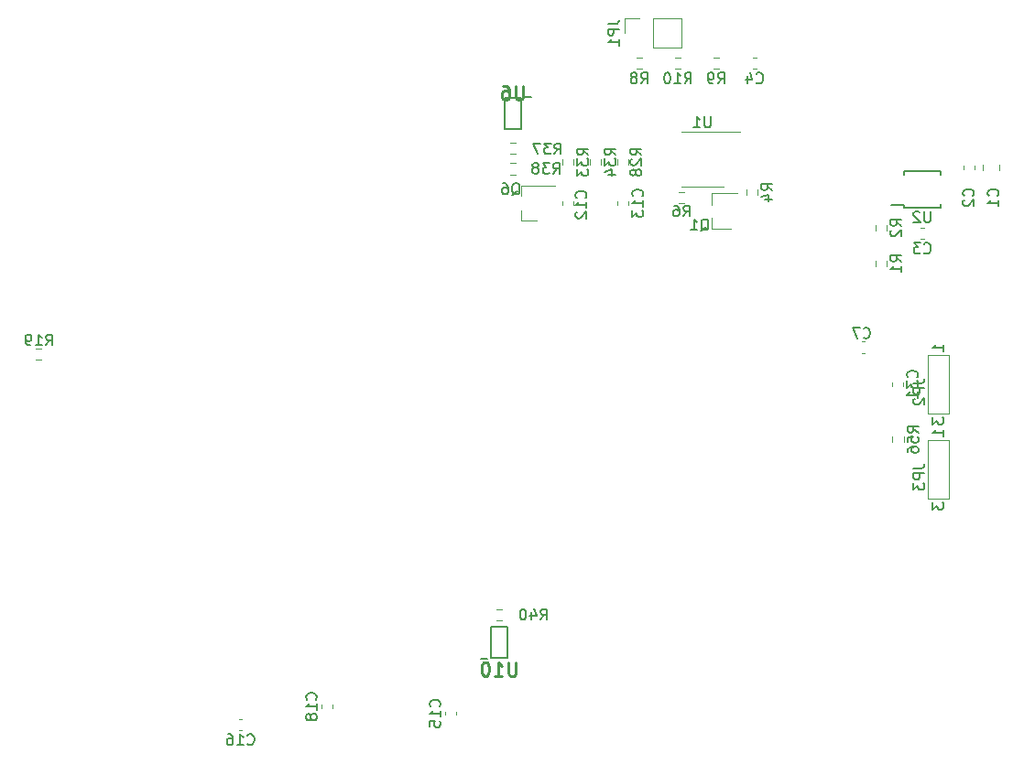
<source format=gbr>
%TF.GenerationSoftware,KiCad,Pcbnew,(6.0.7)*%
%TF.CreationDate,2023-06-24T17:20:50+09:00*%
%TF.ProjectId,motordriver,6d6f746f-7264-4726-9976-65722e6b6963,rev?*%
%TF.SameCoordinates,Original*%
%TF.FileFunction,Legend,Bot*%
%TF.FilePolarity,Positive*%
%FSLAX46Y46*%
G04 Gerber Fmt 4.6, Leading zero omitted, Abs format (unit mm)*
G04 Created by KiCad (PCBNEW (6.0.7)) date 2023-06-24 17:20:50*
%MOMM*%
%LPD*%
G01*
G04 APERTURE LIST*
%ADD10C,0.150000*%
%ADD11C,0.254000*%
%ADD12C,0.120000*%
%ADD13C,0.200000*%
G04 APERTURE END LIST*
D10*
%TO.C,C16*%
X58020358Y-121167142D02*
X58067977Y-121214761D01*
X58210834Y-121262380D01*
X58306072Y-121262380D01*
X58448929Y-121214761D01*
X58544167Y-121119523D01*
X58591786Y-121024285D01*
X58639405Y-120833809D01*
X58639405Y-120690952D01*
X58591786Y-120500476D01*
X58544167Y-120405238D01*
X58448929Y-120310000D01*
X58306072Y-120262380D01*
X58210834Y-120262380D01*
X58067977Y-120310000D01*
X58020358Y-120357619D01*
X57067977Y-121262380D02*
X57639405Y-121262380D01*
X57353691Y-121262380D02*
X57353691Y-120262380D01*
X57448929Y-120405238D01*
X57544167Y-120500476D01*
X57639405Y-120548095D01*
X56210834Y-120262380D02*
X56401310Y-120262380D01*
X56496548Y-120310000D01*
X56544167Y-120357619D01*
X56639405Y-120500476D01*
X56687024Y-120690952D01*
X56687024Y-121071904D01*
X56639405Y-121167142D01*
X56591786Y-121214761D01*
X56496548Y-121262380D01*
X56306072Y-121262380D01*
X56210834Y-121214761D01*
X56163215Y-121167142D01*
X56115596Y-121071904D01*
X56115596Y-120833809D01*
X56163215Y-120738571D01*
X56210834Y-120690952D01*
X56306072Y-120643333D01*
X56496548Y-120643333D01*
X56591786Y-120690952D01*
X56639405Y-120738571D01*
X56687024Y-120833809D01*
%TO.C,R19*%
X39377857Y-84272380D02*
X39711190Y-83796190D01*
X39949285Y-84272380D02*
X39949285Y-83272380D01*
X39568333Y-83272380D01*
X39473095Y-83320000D01*
X39425476Y-83367619D01*
X39377857Y-83462857D01*
X39377857Y-83605714D01*
X39425476Y-83700952D01*
X39473095Y-83748571D01*
X39568333Y-83796190D01*
X39949285Y-83796190D01*
X38425476Y-84272380D02*
X38996904Y-84272380D01*
X38711190Y-84272380D02*
X38711190Y-83272380D01*
X38806428Y-83415238D01*
X38901666Y-83510476D01*
X38996904Y-83558095D01*
X37949285Y-84272380D02*
X37758809Y-84272380D01*
X37663571Y-84224761D01*
X37615952Y-84177142D01*
X37520714Y-84034285D01*
X37473095Y-83843809D01*
X37473095Y-83462857D01*
X37520714Y-83367619D01*
X37568333Y-83320000D01*
X37663571Y-83272380D01*
X37854047Y-83272380D01*
X37949285Y-83320000D01*
X37996904Y-83367619D01*
X38044523Y-83462857D01*
X38044523Y-83700952D01*
X37996904Y-83796190D01*
X37949285Y-83843809D01*
X37854047Y-83891428D01*
X37663571Y-83891428D01*
X37568333Y-83843809D01*
X37520714Y-83796190D01*
X37473095Y-83700952D01*
%TO.C,C18*%
X64332142Y-117059643D02*
X64379761Y-117012024D01*
X64427380Y-116869167D01*
X64427380Y-116773929D01*
X64379761Y-116631072D01*
X64284523Y-116535834D01*
X64189285Y-116488215D01*
X63998809Y-116440596D01*
X63855952Y-116440596D01*
X63665476Y-116488215D01*
X63570238Y-116535834D01*
X63475000Y-116631072D01*
X63427380Y-116773929D01*
X63427380Y-116869167D01*
X63475000Y-117012024D01*
X63522619Y-117059643D01*
X64427380Y-118012024D02*
X64427380Y-117440596D01*
X64427380Y-117726310D02*
X63427380Y-117726310D01*
X63570238Y-117631072D01*
X63665476Y-117535834D01*
X63713095Y-117440596D01*
X63855952Y-118583453D02*
X63808333Y-118488215D01*
X63760714Y-118440596D01*
X63665476Y-118392977D01*
X63617857Y-118392977D01*
X63522619Y-118440596D01*
X63475000Y-118488215D01*
X63427380Y-118583453D01*
X63427380Y-118773929D01*
X63475000Y-118869167D01*
X63522619Y-118916786D01*
X63617857Y-118964405D01*
X63665476Y-118964405D01*
X63760714Y-118916786D01*
X63808333Y-118869167D01*
X63855952Y-118773929D01*
X63855952Y-118583453D01*
X63903571Y-118488215D01*
X63951190Y-118440596D01*
X64046428Y-118392977D01*
X64236904Y-118392977D01*
X64332142Y-118440596D01*
X64379761Y-118488215D01*
X64427380Y-118583453D01*
X64427380Y-118773929D01*
X64379761Y-118869167D01*
X64332142Y-118916786D01*
X64236904Y-118964405D01*
X64046428Y-118964405D01*
X63951190Y-118916786D01*
X63903571Y-118869167D01*
X63855952Y-118773929D01*
%TO.C,C7*%
X114955399Y-83542142D02*
X115003018Y-83589761D01*
X115145875Y-83637380D01*
X115241113Y-83637380D01*
X115383971Y-83589761D01*
X115479209Y-83494523D01*
X115526828Y-83399285D01*
X115574447Y-83208809D01*
X115574447Y-83065952D01*
X115526828Y-82875476D01*
X115479209Y-82780238D01*
X115383971Y-82685000D01*
X115241113Y-82637380D01*
X115145875Y-82637380D01*
X115003018Y-82685000D01*
X114955399Y-82732619D01*
X114622066Y-82637380D02*
X113955399Y-82637380D01*
X114383971Y-83637380D01*
%TO.C,C15*%
X75762142Y-117694643D02*
X75809761Y-117647024D01*
X75857380Y-117504167D01*
X75857380Y-117408929D01*
X75809761Y-117266072D01*
X75714523Y-117170834D01*
X75619285Y-117123215D01*
X75428809Y-117075596D01*
X75285952Y-117075596D01*
X75095476Y-117123215D01*
X75000238Y-117170834D01*
X74905000Y-117266072D01*
X74857380Y-117408929D01*
X74857380Y-117504167D01*
X74905000Y-117647024D01*
X74952619Y-117694643D01*
X75857380Y-118647024D02*
X75857380Y-118075596D01*
X75857380Y-118361310D02*
X74857380Y-118361310D01*
X75000238Y-118266072D01*
X75095476Y-118170834D01*
X75143095Y-118075596D01*
X74857380Y-119551786D02*
X74857380Y-119075596D01*
X75333571Y-119027977D01*
X75285952Y-119075596D01*
X75238333Y-119170834D01*
X75238333Y-119408929D01*
X75285952Y-119504167D01*
X75333571Y-119551786D01*
X75428809Y-119599405D01*
X75666904Y-119599405D01*
X75762142Y-119551786D01*
X75809761Y-119504167D01*
X75857380Y-119408929D01*
X75857380Y-119170834D01*
X75809761Y-119075596D01*
X75762142Y-119027977D01*
%TO.C,C31*%
X119897142Y-87241142D02*
X119944761Y-87193523D01*
X119992380Y-87050666D01*
X119992380Y-86955428D01*
X119944761Y-86812571D01*
X119849523Y-86717333D01*
X119754285Y-86669714D01*
X119563809Y-86622095D01*
X119420952Y-86622095D01*
X119230476Y-86669714D01*
X119135238Y-86717333D01*
X119040000Y-86812571D01*
X118992380Y-86955428D01*
X118992380Y-87050666D01*
X119040000Y-87193523D01*
X119087619Y-87241142D01*
X118992380Y-87574476D02*
X118992380Y-88193523D01*
X119373333Y-87860190D01*
X119373333Y-88003047D01*
X119420952Y-88098285D01*
X119468571Y-88145904D01*
X119563809Y-88193523D01*
X119801904Y-88193523D01*
X119897142Y-88145904D01*
X119944761Y-88098285D01*
X119992380Y-88003047D01*
X119992380Y-87717333D01*
X119944761Y-87622095D01*
X119897142Y-87574476D01*
X119992380Y-89145904D02*
X119992380Y-88574476D01*
X119992380Y-88860190D02*
X118992380Y-88860190D01*
X119135238Y-88764952D01*
X119230476Y-88669714D01*
X119278095Y-88574476D01*
%TO.C,R56*%
X120040725Y-92334283D02*
X119564535Y-92000950D01*
X120040725Y-91762855D02*
X119040725Y-91762855D01*
X119040725Y-92143807D01*
X119088345Y-92239045D01*
X119135964Y-92286664D01*
X119231202Y-92334283D01*
X119374059Y-92334283D01*
X119469297Y-92286664D01*
X119516916Y-92239045D01*
X119564535Y-92143807D01*
X119564535Y-91762855D01*
X119040725Y-93239045D02*
X119040725Y-92762855D01*
X119516916Y-92715236D01*
X119469297Y-92762855D01*
X119421678Y-92858093D01*
X119421678Y-93096188D01*
X119469297Y-93191426D01*
X119516916Y-93239045D01*
X119612154Y-93286664D01*
X119850249Y-93286664D01*
X119945487Y-93239045D01*
X119993106Y-93191426D01*
X120040725Y-93096188D01*
X120040725Y-92858093D01*
X119993106Y-92762855D01*
X119945487Y-92715236D01*
X119040725Y-94143807D02*
X119040725Y-93953331D01*
X119088345Y-93858093D01*
X119135964Y-93810474D01*
X119278821Y-93715236D01*
X119469297Y-93667617D01*
X119850249Y-93667617D01*
X119945487Y-93715236D01*
X119993106Y-93762855D01*
X120040725Y-93858093D01*
X120040725Y-94048569D01*
X119993106Y-94143807D01*
X119945487Y-94191426D01*
X119850249Y-94239045D01*
X119612154Y-94239045D01*
X119516916Y-94191426D01*
X119469297Y-94143807D01*
X119421678Y-94048569D01*
X119421678Y-93858093D01*
X119469297Y-93762855D01*
X119516916Y-93715236D01*
X119612154Y-93667617D01*
D11*
%TO.C,U10*%
X82852380Y-113604523D02*
X82852380Y-114632619D01*
X82791904Y-114753571D01*
X82731428Y-114814047D01*
X82610476Y-114874523D01*
X82368571Y-114874523D01*
X82247619Y-114814047D01*
X82187142Y-114753571D01*
X82126666Y-114632619D01*
X82126666Y-113604523D01*
X80856666Y-114874523D02*
X81582380Y-114874523D01*
X81219523Y-114874523D02*
X81219523Y-113604523D01*
X81340476Y-113785952D01*
X81461428Y-113906904D01*
X81582380Y-113967380D01*
X80070476Y-113604523D02*
X79949523Y-113604523D01*
X79828571Y-113665000D01*
X79768095Y-113725476D01*
X79707619Y-113846428D01*
X79647142Y-114088333D01*
X79647142Y-114390714D01*
X79707619Y-114632619D01*
X79768095Y-114753571D01*
X79828571Y-114814047D01*
X79949523Y-114874523D01*
X80070476Y-114874523D01*
X80191428Y-114814047D01*
X80251904Y-114753571D01*
X80312380Y-114632619D01*
X80372857Y-114390714D01*
X80372857Y-114088333D01*
X80312380Y-113846428D01*
X80251904Y-113725476D01*
X80191428Y-113665000D01*
X80070476Y-113604523D01*
D10*
%TO.C,R40*%
X85097857Y-109672380D02*
X85431190Y-109196190D01*
X85669285Y-109672380D02*
X85669285Y-108672380D01*
X85288333Y-108672380D01*
X85193095Y-108720000D01*
X85145476Y-108767619D01*
X85097857Y-108862857D01*
X85097857Y-109005714D01*
X85145476Y-109100952D01*
X85193095Y-109148571D01*
X85288333Y-109196190D01*
X85669285Y-109196190D01*
X84240714Y-109005714D02*
X84240714Y-109672380D01*
X84478809Y-108624761D02*
X84716904Y-109339047D01*
X84097857Y-109339047D01*
X83526428Y-108672380D02*
X83431190Y-108672380D01*
X83335952Y-108720000D01*
X83288333Y-108767619D01*
X83240714Y-108862857D01*
X83193095Y-109053333D01*
X83193095Y-109291428D01*
X83240714Y-109481904D01*
X83288333Y-109577142D01*
X83335952Y-109624761D01*
X83431190Y-109672380D01*
X83526428Y-109672380D01*
X83621666Y-109624761D01*
X83669285Y-109577142D01*
X83716904Y-109481904D01*
X83764523Y-109291428D01*
X83764523Y-109053333D01*
X83716904Y-108862857D01*
X83669285Y-108767619D01*
X83621666Y-108720000D01*
X83526428Y-108672380D01*
%TO.C,JP3*%
X119597380Y-95649666D02*
X120311666Y-95649666D01*
X120454523Y-95602047D01*
X120549761Y-95506809D01*
X120597380Y-95363952D01*
X120597380Y-95268714D01*
X120597380Y-96125857D02*
X119597380Y-96125857D01*
X119597380Y-96506809D01*
X119645000Y-96602047D01*
X119692619Y-96649666D01*
X119787857Y-96697285D01*
X119930714Y-96697285D01*
X120025952Y-96649666D01*
X120073571Y-96602047D01*
X120121190Y-96506809D01*
X120121190Y-96125857D01*
X119597380Y-97030619D02*
X119597380Y-97649666D01*
X119978333Y-97316333D01*
X119978333Y-97459190D01*
X120025952Y-97554428D01*
X120073571Y-97602047D01*
X120168809Y-97649666D01*
X120406904Y-97649666D01*
X120502142Y-97602047D01*
X120549761Y-97554428D01*
X120597380Y-97459190D01*
X120597380Y-97173476D01*
X120549761Y-97078238D01*
X120502142Y-97030619D01*
X122372380Y-92693714D02*
X122372380Y-92122285D01*
X122372380Y-92408000D02*
X121372380Y-92408000D01*
X121515238Y-92312761D01*
X121610476Y-92217523D01*
X121658095Y-92122285D01*
X121372380Y-98824666D02*
X121372380Y-99443714D01*
X121753333Y-99110380D01*
X121753333Y-99253238D01*
X121800952Y-99348476D01*
X121848571Y-99396095D01*
X121943809Y-99443714D01*
X122181904Y-99443714D01*
X122277142Y-99396095D01*
X122324761Y-99348476D01*
X122372380Y-99253238D01*
X122372380Y-98967523D01*
X122324761Y-98872285D01*
X122277142Y-98824666D01*
%TO.C,R9*%
X101512666Y-60048380D02*
X101846000Y-59572190D01*
X102084095Y-60048380D02*
X102084095Y-59048380D01*
X101703142Y-59048380D01*
X101607904Y-59096000D01*
X101560285Y-59143619D01*
X101512666Y-59238857D01*
X101512666Y-59381714D01*
X101560285Y-59476952D01*
X101607904Y-59524571D01*
X101703142Y-59572190D01*
X102084095Y-59572190D01*
X101036476Y-60048380D02*
X100846000Y-60048380D01*
X100750761Y-60000761D01*
X100703142Y-59953142D01*
X100607904Y-59810285D01*
X100560285Y-59619809D01*
X100560285Y-59238857D01*
X100607904Y-59143619D01*
X100655523Y-59096000D01*
X100750761Y-59048380D01*
X100941238Y-59048380D01*
X101036476Y-59096000D01*
X101084095Y-59143619D01*
X101131714Y-59238857D01*
X101131714Y-59476952D01*
X101084095Y-59572190D01*
X101036476Y-59619809D01*
X100941238Y-59667428D01*
X100750761Y-59667428D01*
X100655523Y-59619809D01*
X100607904Y-59572190D01*
X100560285Y-59476952D01*
%TO.C,R34*%
X92052380Y-66667142D02*
X91576190Y-66333809D01*
X92052380Y-66095714D02*
X91052380Y-66095714D01*
X91052380Y-66476666D01*
X91100000Y-66571904D01*
X91147619Y-66619523D01*
X91242857Y-66667142D01*
X91385714Y-66667142D01*
X91480952Y-66619523D01*
X91528571Y-66571904D01*
X91576190Y-66476666D01*
X91576190Y-66095714D01*
X91052380Y-67000476D02*
X91052380Y-67619523D01*
X91433333Y-67286190D01*
X91433333Y-67429047D01*
X91480952Y-67524285D01*
X91528571Y-67571904D01*
X91623809Y-67619523D01*
X91861904Y-67619523D01*
X91957142Y-67571904D01*
X92004761Y-67524285D01*
X92052380Y-67429047D01*
X92052380Y-67143333D01*
X92004761Y-67048095D01*
X91957142Y-67000476D01*
X91385714Y-68476666D02*
X92052380Y-68476666D01*
X91004761Y-68238571D02*
X91719047Y-68000476D01*
X91719047Y-68619523D01*
%TO.C,R10*%
X98432857Y-60048380D02*
X98766190Y-59572190D01*
X99004285Y-60048380D02*
X99004285Y-59048380D01*
X98623333Y-59048380D01*
X98528095Y-59096000D01*
X98480476Y-59143619D01*
X98432857Y-59238857D01*
X98432857Y-59381714D01*
X98480476Y-59476952D01*
X98528095Y-59524571D01*
X98623333Y-59572190D01*
X99004285Y-59572190D01*
X97480476Y-60048380D02*
X98051904Y-60048380D01*
X97766190Y-60048380D02*
X97766190Y-59048380D01*
X97861428Y-59191238D01*
X97956666Y-59286476D01*
X98051904Y-59334095D01*
X96861428Y-59048380D02*
X96766190Y-59048380D01*
X96670952Y-59096000D01*
X96623333Y-59143619D01*
X96575714Y-59238857D01*
X96528095Y-59429333D01*
X96528095Y-59667428D01*
X96575714Y-59857904D01*
X96623333Y-59953142D01*
X96670952Y-60000761D01*
X96766190Y-60048380D01*
X96861428Y-60048380D01*
X96956666Y-60000761D01*
X97004285Y-59953142D01*
X97051904Y-59857904D01*
X97099523Y-59667428D01*
X97099523Y-59429333D01*
X97051904Y-59238857D01*
X97004285Y-59143619D01*
X96956666Y-59096000D01*
X96861428Y-59048380D01*
%TO.C,R1*%
X118468380Y-76541333D02*
X117992190Y-76208000D01*
X118468380Y-75969904D02*
X117468380Y-75969904D01*
X117468380Y-76350857D01*
X117516000Y-76446095D01*
X117563619Y-76493714D01*
X117658857Y-76541333D01*
X117801714Y-76541333D01*
X117896952Y-76493714D01*
X117944571Y-76446095D01*
X117992190Y-76350857D01*
X117992190Y-75969904D01*
X118468380Y-77493714D02*
X118468380Y-76922285D01*
X118468380Y-77208000D02*
X117468380Y-77208000D01*
X117611238Y-77112761D01*
X117706476Y-77017523D01*
X117754095Y-76922285D01*
%TO.C,R38*%
X86262887Y-68396839D02*
X86596220Y-67920649D01*
X86834315Y-68396839D02*
X86834315Y-67396839D01*
X86453363Y-67396839D01*
X86358125Y-67444459D01*
X86310506Y-67492078D01*
X86262887Y-67587316D01*
X86262887Y-67730173D01*
X86310506Y-67825411D01*
X86358125Y-67873030D01*
X86453363Y-67920649D01*
X86834315Y-67920649D01*
X85929553Y-67396839D02*
X85310506Y-67396839D01*
X85643839Y-67777792D01*
X85500982Y-67777792D01*
X85405744Y-67825411D01*
X85358125Y-67873030D01*
X85310506Y-67968268D01*
X85310506Y-68206363D01*
X85358125Y-68301601D01*
X85405744Y-68349220D01*
X85500982Y-68396839D01*
X85786696Y-68396839D01*
X85881934Y-68349220D01*
X85929553Y-68301601D01*
X84739077Y-67825411D02*
X84834315Y-67777792D01*
X84881934Y-67730173D01*
X84929553Y-67634935D01*
X84929553Y-67587316D01*
X84881934Y-67492078D01*
X84834315Y-67444459D01*
X84739077Y-67396839D01*
X84548601Y-67396839D01*
X84453363Y-67444459D01*
X84405744Y-67492078D01*
X84358125Y-67587316D01*
X84358125Y-67634935D01*
X84405744Y-67730173D01*
X84453363Y-67777792D01*
X84548601Y-67825411D01*
X84739077Y-67825411D01*
X84834315Y-67873030D01*
X84881934Y-67920649D01*
X84929553Y-68015887D01*
X84929553Y-68206363D01*
X84881934Y-68301601D01*
X84834315Y-68349220D01*
X84739077Y-68396839D01*
X84548601Y-68396839D01*
X84453363Y-68349220D01*
X84405744Y-68301601D01*
X84358125Y-68206363D01*
X84358125Y-68015887D01*
X84405744Y-67920649D01*
X84453363Y-67873030D01*
X84548601Y-67825411D01*
D11*
%TO.C,U6*%
X83516909Y-60264523D02*
X83516909Y-61292619D01*
X83456432Y-61413571D01*
X83395956Y-61474047D01*
X83275004Y-61534523D01*
X83033099Y-61534523D01*
X82912147Y-61474047D01*
X82851670Y-61413571D01*
X82791194Y-61292619D01*
X82791194Y-60264523D01*
X81642147Y-60264523D02*
X81884051Y-60264523D01*
X82005004Y-60325000D01*
X82065480Y-60385476D01*
X82186432Y-60566904D01*
X82246909Y-60808809D01*
X82246909Y-61292619D01*
X82186432Y-61413571D01*
X82125956Y-61474047D01*
X82005004Y-61534523D01*
X81763099Y-61534523D01*
X81642147Y-61474047D01*
X81581670Y-61413571D01*
X81521194Y-61292619D01*
X81521194Y-60990238D01*
X81581670Y-60869285D01*
X81642147Y-60808809D01*
X81763099Y-60748333D01*
X82005004Y-60748333D01*
X82125956Y-60808809D01*
X82186432Y-60869285D01*
X82246909Y-60990238D01*
D10*
%TO.C,R4*%
X106530380Y-69937333D02*
X106054190Y-69604000D01*
X106530380Y-69365904D02*
X105530380Y-69365904D01*
X105530380Y-69746857D01*
X105578000Y-69842095D01*
X105625619Y-69889714D01*
X105720857Y-69937333D01*
X105863714Y-69937333D01*
X105958952Y-69889714D01*
X106006571Y-69842095D01*
X106054190Y-69746857D01*
X106054190Y-69365904D01*
X105863714Y-70794476D02*
X106530380Y-70794476D01*
X105482761Y-70556380D02*
X106197047Y-70318285D01*
X106197047Y-70937333D01*
%TO.C,C3*%
X120562666Y-75701142D02*
X120610285Y-75748761D01*
X120753142Y-75796380D01*
X120848380Y-75796380D01*
X120991238Y-75748761D01*
X121086476Y-75653523D01*
X121134095Y-75558285D01*
X121181714Y-75367809D01*
X121181714Y-75224952D01*
X121134095Y-75034476D01*
X121086476Y-74939238D01*
X120991238Y-74844000D01*
X120848380Y-74796380D01*
X120753142Y-74796380D01*
X120610285Y-74844000D01*
X120562666Y-74891619D01*
X120229333Y-74796380D02*
X119610285Y-74796380D01*
X119943619Y-75177333D01*
X119800761Y-75177333D01*
X119705523Y-75224952D01*
X119657904Y-75272571D01*
X119610285Y-75367809D01*
X119610285Y-75605904D01*
X119657904Y-75701142D01*
X119705523Y-75748761D01*
X119800761Y-75796380D01*
X120086476Y-75796380D01*
X120181714Y-75748761D01*
X120229333Y-75701142D01*
%TO.C,U1*%
X100837904Y-63108380D02*
X100837904Y-63917904D01*
X100790285Y-64013142D01*
X100742666Y-64060761D01*
X100647428Y-64108380D01*
X100456952Y-64108380D01*
X100361714Y-64060761D01*
X100314095Y-64013142D01*
X100266476Y-63917904D01*
X100266476Y-63108380D01*
X99266476Y-64108380D02*
X99837904Y-64108380D01*
X99552190Y-64108380D02*
X99552190Y-63108380D01*
X99647428Y-63251238D01*
X99742666Y-63346476D01*
X99837904Y-63394095D01*
%TO.C,R8*%
X94400666Y-60048380D02*
X94734000Y-59572190D01*
X94972095Y-60048380D02*
X94972095Y-59048380D01*
X94591142Y-59048380D01*
X94495904Y-59096000D01*
X94448285Y-59143619D01*
X94400666Y-59238857D01*
X94400666Y-59381714D01*
X94448285Y-59476952D01*
X94495904Y-59524571D01*
X94591142Y-59572190D01*
X94972095Y-59572190D01*
X93829238Y-59476952D02*
X93924476Y-59429333D01*
X93972095Y-59381714D01*
X94019714Y-59286476D01*
X94019714Y-59238857D01*
X93972095Y-59143619D01*
X93924476Y-59096000D01*
X93829238Y-59048380D01*
X93638761Y-59048380D01*
X93543523Y-59096000D01*
X93495904Y-59143619D01*
X93448285Y-59238857D01*
X93448285Y-59286476D01*
X93495904Y-59381714D01*
X93543523Y-59429333D01*
X93638761Y-59476952D01*
X93829238Y-59476952D01*
X93924476Y-59524571D01*
X93972095Y-59572190D01*
X94019714Y-59667428D01*
X94019714Y-59857904D01*
X93972095Y-59953142D01*
X93924476Y-60000761D01*
X93829238Y-60048380D01*
X93638761Y-60048380D01*
X93543523Y-60000761D01*
X93495904Y-59953142D01*
X93448285Y-59857904D01*
X93448285Y-59667428D01*
X93495904Y-59572190D01*
X93543523Y-59524571D01*
X93638761Y-59476952D01*
%TO.C,JP2*%
X119597380Y-87775666D02*
X120311666Y-87775666D01*
X120454523Y-87728047D01*
X120549761Y-87632809D01*
X120597380Y-87489952D01*
X120597380Y-87394714D01*
X120597380Y-88251857D02*
X119597380Y-88251857D01*
X119597380Y-88632809D01*
X119645000Y-88728047D01*
X119692619Y-88775666D01*
X119787857Y-88823285D01*
X119930714Y-88823285D01*
X120025952Y-88775666D01*
X120073571Y-88728047D01*
X120121190Y-88632809D01*
X120121190Y-88251857D01*
X119692619Y-89204238D02*
X119645000Y-89251857D01*
X119597380Y-89347095D01*
X119597380Y-89585190D01*
X119645000Y-89680428D01*
X119692619Y-89728047D01*
X119787857Y-89775666D01*
X119883095Y-89775666D01*
X120025952Y-89728047D01*
X120597380Y-89156619D01*
X120597380Y-89775666D01*
X121372380Y-90950666D02*
X121372380Y-91569714D01*
X121753333Y-91236380D01*
X121753333Y-91379238D01*
X121800952Y-91474476D01*
X121848571Y-91522095D01*
X121943809Y-91569714D01*
X122181904Y-91569714D01*
X122277142Y-91522095D01*
X122324761Y-91474476D01*
X122372380Y-91379238D01*
X122372380Y-91093523D01*
X122324761Y-90998285D01*
X122277142Y-90950666D01*
X122372380Y-84819714D02*
X122372380Y-84248285D01*
X122372380Y-84534000D02*
X121372380Y-84534000D01*
X121515238Y-84438761D01*
X121610476Y-84343523D01*
X121658095Y-84248285D01*
%TO.C,R33*%
X89512380Y-66667142D02*
X89036190Y-66333809D01*
X89512380Y-66095714D02*
X88512380Y-66095714D01*
X88512380Y-66476666D01*
X88560000Y-66571904D01*
X88607619Y-66619523D01*
X88702857Y-66667142D01*
X88845714Y-66667142D01*
X88940952Y-66619523D01*
X88988571Y-66571904D01*
X89036190Y-66476666D01*
X89036190Y-66095714D01*
X88512380Y-67000476D02*
X88512380Y-67619523D01*
X88893333Y-67286190D01*
X88893333Y-67429047D01*
X88940952Y-67524285D01*
X88988571Y-67571904D01*
X89083809Y-67619523D01*
X89321904Y-67619523D01*
X89417142Y-67571904D01*
X89464761Y-67524285D01*
X89512380Y-67429047D01*
X89512380Y-67143333D01*
X89464761Y-67048095D01*
X89417142Y-67000476D01*
X88512380Y-67952857D02*
X88512380Y-68571904D01*
X88893333Y-68238571D01*
X88893333Y-68381428D01*
X88940952Y-68476666D01*
X88988571Y-68524285D01*
X89083809Y-68571904D01*
X89321904Y-68571904D01*
X89417142Y-68524285D01*
X89464761Y-68476666D01*
X89512380Y-68381428D01*
X89512380Y-68095714D01*
X89464761Y-68000476D01*
X89417142Y-67952857D01*
%TO.C,C12*%
X89257142Y-70623409D02*
X89304761Y-70575790D01*
X89352380Y-70432933D01*
X89352380Y-70337695D01*
X89304761Y-70194838D01*
X89209523Y-70099600D01*
X89114285Y-70051981D01*
X88923809Y-70004362D01*
X88780952Y-70004362D01*
X88590476Y-70051981D01*
X88495238Y-70099600D01*
X88400000Y-70194838D01*
X88352380Y-70337695D01*
X88352380Y-70432933D01*
X88400000Y-70575790D01*
X88447619Y-70623409D01*
X89352380Y-71575790D02*
X89352380Y-71004362D01*
X89352380Y-71290076D02*
X88352380Y-71290076D01*
X88495238Y-71194838D01*
X88590476Y-71099600D01*
X88638095Y-71004362D01*
X88447619Y-71956743D02*
X88400000Y-72004362D01*
X88352380Y-72099600D01*
X88352380Y-72337695D01*
X88400000Y-72432933D01*
X88447619Y-72480552D01*
X88542857Y-72528171D01*
X88638095Y-72528171D01*
X88780952Y-72480552D01*
X89352380Y-71909124D01*
X89352380Y-72528171D01*
%TO.C,R6*%
X98314166Y-72334380D02*
X98647500Y-71858190D01*
X98885595Y-72334380D02*
X98885595Y-71334380D01*
X98504642Y-71334380D01*
X98409404Y-71382000D01*
X98361785Y-71429619D01*
X98314166Y-71524857D01*
X98314166Y-71667714D01*
X98361785Y-71762952D01*
X98409404Y-71810571D01*
X98504642Y-71858190D01*
X98885595Y-71858190D01*
X97457023Y-71334380D02*
X97647500Y-71334380D01*
X97742738Y-71382000D01*
X97790357Y-71429619D01*
X97885595Y-71572476D01*
X97933214Y-71762952D01*
X97933214Y-72143904D01*
X97885595Y-72239142D01*
X97837976Y-72286761D01*
X97742738Y-72334380D01*
X97552261Y-72334380D01*
X97457023Y-72286761D01*
X97409404Y-72239142D01*
X97361785Y-72143904D01*
X97361785Y-71905809D01*
X97409404Y-71810571D01*
X97457023Y-71762952D01*
X97552261Y-71715333D01*
X97742738Y-71715333D01*
X97837976Y-71762952D01*
X97885595Y-71810571D01*
X97933214Y-71905809D01*
%TO.C,C1*%
X127357142Y-70445333D02*
X127404761Y-70397714D01*
X127452380Y-70254857D01*
X127452380Y-70159619D01*
X127404761Y-70016761D01*
X127309523Y-69921523D01*
X127214285Y-69873904D01*
X127023809Y-69826285D01*
X126880952Y-69826285D01*
X126690476Y-69873904D01*
X126595238Y-69921523D01*
X126500000Y-70016761D01*
X126452380Y-70159619D01*
X126452380Y-70254857D01*
X126500000Y-70397714D01*
X126547619Y-70445333D01*
X127452380Y-71397714D02*
X127452380Y-70826285D01*
X127452380Y-71112000D02*
X126452380Y-71112000D01*
X126595238Y-71016761D01*
X126690476Y-70921523D01*
X126738095Y-70826285D01*
%TO.C,Q1*%
X99917238Y-73699619D02*
X100012476Y-73652000D01*
X100107714Y-73556761D01*
X100250571Y-73413904D01*
X100345809Y-73366285D01*
X100441047Y-73366285D01*
X100393428Y-73604380D02*
X100488666Y-73556761D01*
X100583904Y-73461523D01*
X100631523Y-73271047D01*
X100631523Y-72937714D01*
X100583904Y-72747238D01*
X100488666Y-72652000D01*
X100393428Y-72604380D01*
X100202952Y-72604380D01*
X100107714Y-72652000D01*
X100012476Y-72747238D01*
X99964857Y-72937714D01*
X99964857Y-73271047D01*
X100012476Y-73461523D01*
X100107714Y-73556761D01*
X100202952Y-73604380D01*
X100393428Y-73604380D01*
X99012476Y-73604380D02*
X99583904Y-73604380D01*
X99298190Y-73604380D02*
X99298190Y-72604380D01*
X99393428Y-72747238D01*
X99488666Y-72842476D01*
X99583904Y-72890095D01*
%TO.C,Q6*%
X82455863Y-70386556D02*
X82551101Y-70338937D01*
X82646339Y-70243698D01*
X82789196Y-70100841D01*
X82884434Y-70053222D01*
X82979672Y-70053222D01*
X82932053Y-70291317D02*
X83027291Y-70243698D01*
X83122529Y-70148460D01*
X83170148Y-69957984D01*
X83170148Y-69624651D01*
X83122529Y-69434175D01*
X83027291Y-69338937D01*
X82932053Y-69291317D01*
X82741577Y-69291317D01*
X82646339Y-69338937D01*
X82551101Y-69434175D01*
X82503482Y-69624651D01*
X82503482Y-69957984D01*
X82551101Y-70148460D01*
X82646339Y-70243698D01*
X82741577Y-70291317D01*
X82932053Y-70291317D01*
X81646339Y-69291317D02*
X81836815Y-69291317D01*
X81932053Y-69338937D01*
X81979672Y-69386556D01*
X82074910Y-69529413D01*
X82122529Y-69719889D01*
X82122529Y-70100841D01*
X82074910Y-70196079D01*
X82027291Y-70243698D01*
X81932053Y-70291317D01*
X81741577Y-70291317D01*
X81646339Y-70243698D01*
X81598720Y-70196079D01*
X81551101Y-70100841D01*
X81551101Y-69862746D01*
X81598720Y-69767508D01*
X81646339Y-69719889D01*
X81741577Y-69672270D01*
X81932053Y-69672270D01*
X82027291Y-69719889D01*
X82074910Y-69767508D01*
X82122529Y-69862746D01*
%TO.C,R2*%
X118468380Y-73239333D02*
X117992190Y-72906000D01*
X118468380Y-72667904D02*
X117468380Y-72667904D01*
X117468380Y-73048857D01*
X117516000Y-73144095D01*
X117563619Y-73191714D01*
X117658857Y-73239333D01*
X117801714Y-73239333D01*
X117896952Y-73191714D01*
X117944571Y-73144095D01*
X117992190Y-73048857D01*
X117992190Y-72667904D01*
X117563619Y-73620285D02*
X117516000Y-73667904D01*
X117468380Y-73763142D01*
X117468380Y-74001238D01*
X117516000Y-74096476D01*
X117563619Y-74144095D01*
X117658857Y-74191714D01*
X117754095Y-74191714D01*
X117896952Y-74144095D01*
X118468380Y-73572666D01*
X118468380Y-74191714D01*
%TO.C,C2*%
X125071142Y-70445333D02*
X125118761Y-70397714D01*
X125166380Y-70254857D01*
X125166380Y-70159619D01*
X125118761Y-70016761D01*
X125023523Y-69921523D01*
X124928285Y-69873904D01*
X124737809Y-69826285D01*
X124594952Y-69826285D01*
X124404476Y-69873904D01*
X124309238Y-69921523D01*
X124214000Y-70016761D01*
X124166380Y-70159619D01*
X124166380Y-70254857D01*
X124214000Y-70397714D01*
X124261619Y-70445333D01*
X124261619Y-70826285D02*
X124214000Y-70873904D01*
X124166380Y-70969142D01*
X124166380Y-71207238D01*
X124214000Y-71302476D01*
X124261619Y-71350095D01*
X124356857Y-71397714D01*
X124452095Y-71397714D01*
X124594952Y-71350095D01*
X125166380Y-70778666D01*
X125166380Y-71397714D01*
%TO.C,R28*%
X94432380Y-66667142D02*
X93956190Y-66333809D01*
X94432380Y-66095714D02*
X93432380Y-66095714D01*
X93432380Y-66476666D01*
X93480000Y-66571904D01*
X93527619Y-66619523D01*
X93622857Y-66667142D01*
X93765714Y-66667142D01*
X93860952Y-66619523D01*
X93908571Y-66571904D01*
X93956190Y-66476666D01*
X93956190Y-66095714D01*
X93527619Y-67048095D02*
X93480000Y-67095714D01*
X93432380Y-67190952D01*
X93432380Y-67429047D01*
X93480000Y-67524285D01*
X93527619Y-67571904D01*
X93622857Y-67619523D01*
X93718095Y-67619523D01*
X93860952Y-67571904D01*
X94432380Y-67000476D01*
X94432380Y-67619523D01*
X93860952Y-68190952D02*
X93813333Y-68095714D01*
X93765714Y-68048095D01*
X93670476Y-68000476D01*
X93622857Y-68000476D01*
X93527619Y-68048095D01*
X93480000Y-68095714D01*
X93432380Y-68190952D01*
X93432380Y-68381428D01*
X93480000Y-68476666D01*
X93527619Y-68524285D01*
X93622857Y-68571904D01*
X93670476Y-68571904D01*
X93765714Y-68524285D01*
X93813333Y-68476666D01*
X93860952Y-68381428D01*
X93860952Y-68190952D01*
X93908571Y-68095714D01*
X93956190Y-68048095D01*
X94051428Y-68000476D01*
X94241904Y-68000476D01*
X94337142Y-68048095D01*
X94384761Y-68095714D01*
X94432380Y-68190952D01*
X94432380Y-68381428D01*
X94384761Y-68476666D01*
X94337142Y-68524285D01*
X94241904Y-68571904D01*
X94051428Y-68571904D01*
X93956190Y-68524285D01*
X93908571Y-68476666D01*
X93860952Y-68381428D01*
%TO.C,JP1*%
X91351380Y-54538666D02*
X92065666Y-54538666D01*
X92208523Y-54491047D01*
X92303761Y-54395809D01*
X92351380Y-54252952D01*
X92351380Y-54157714D01*
X92351380Y-55014857D02*
X91351380Y-55014857D01*
X91351380Y-55395809D01*
X91399000Y-55491047D01*
X91446619Y-55538666D01*
X91541857Y-55586285D01*
X91684714Y-55586285D01*
X91779952Y-55538666D01*
X91827571Y-55491047D01*
X91875190Y-55395809D01*
X91875190Y-55014857D01*
X92351380Y-56538666D02*
X92351380Y-55967238D01*
X92351380Y-56252952D02*
X91351380Y-56252952D01*
X91494238Y-56157714D01*
X91589476Y-56062476D01*
X91637095Y-55967238D01*
%TO.C,R37*%
X86408583Y-66586041D02*
X86741916Y-66109851D01*
X86980011Y-66586041D02*
X86980011Y-65586041D01*
X86599059Y-65586041D01*
X86503821Y-65633661D01*
X86456202Y-65681280D01*
X86408583Y-65776518D01*
X86408583Y-65919375D01*
X86456202Y-66014613D01*
X86503821Y-66062232D01*
X86599059Y-66109851D01*
X86980011Y-66109851D01*
X86075249Y-65586041D02*
X85456202Y-65586041D01*
X85789535Y-65966994D01*
X85646678Y-65966994D01*
X85551440Y-66014613D01*
X85503821Y-66062232D01*
X85456202Y-66157470D01*
X85456202Y-66395565D01*
X85503821Y-66490803D01*
X85551440Y-66538422D01*
X85646678Y-66586041D01*
X85932392Y-66586041D01*
X86027630Y-66538422D01*
X86075249Y-66490803D01*
X85122868Y-65586041D02*
X84456202Y-65586041D01*
X84884773Y-66586041D01*
%TO.C,U2*%
X121157904Y-71902380D02*
X121157904Y-72711904D01*
X121110285Y-72807142D01*
X121062666Y-72854761D01*
X120967428Y-72902380D01*
X120776952Y-72902380D01*
X120681714Y-72854761D01*
X120634095Y-72807142D01*
X120586476Y-72711904D01*
X120586476Y-71902380D01*
X120157904Y-71997619D02*
X120110285Y-71950000D01*
X120015047Y-71902380D01*
X119776952Y-71902380D01*
X119681714Y-71950000D01*
X119634095Y-71997619D01*
X119586476Y-72092857D01*
X119586476Y-72188095D01*
X119634095Y-72330952D01*
X120205523Y-72902380D01*
X119586476Y-72902380D01*
%TO.C,C13*%
X94497142Y-70477142D02*
X94544761Y-70429523D01*
X94592380Y-70286666D01*
X94592380Y-70191428D01*
X94544761Y-70048571D01*
X94449523Y-69953333D01*
X94354285Y-69905714D01*
X94163809Y-69858095D01*
X94020952Y-69858095D01*
X93830476Y-69905714D01*
X93735238Y-69953333D01*
X93640000Y-70048571D01*
X93592380Y-70191428D01*
X93592380Y-70286666D01*
X93640000Y-70429523D01*
X93687619Y-70477142D01*
X94592380Y-71429523D02*
X94592380Y-70858095D01*
X94592380Y-71143809D02*
X93592380Y-71143809D01*
X93735238Y-71048571D01*
X93830476Y-70953333D01*
X93878095Y-70858095D01*
X93592380Y-71762857D02*
X93592380Y-72381904D01*
X93973333Y-72048571D01*
X93973333Y-72191428D01*
X94020952Y-72286666D01*
X94068571Y-72334285D01*
X94163809Y-72381904D01*
X94401904Y-72381904D01*
X94497142Y-72334285D01*
X94544761Y-72286666D01*
X94592380Y-72191428D01*
X94592380Y-71905714D01*
X94544761Y-71810476D01*
X94497142Y-71762857D01*
%TO.C,C4*%
X105068666Y-59953142D02*
X105116285Y-60000761D01*
X105259142Y-60048380D01*
X105354380Y-60048380D01*
X105497238Y-60000761D01*
X105592476Y-59905523D01*
X105640095Y-59810285D01*
X105687714Y-59619809D01*
X105687714Y-59476952D01*
X105640095Y-59286476D01*
X105592476Y-59191238D01*
X105497238Y-59096000D01*
X105354380Y-59048380D01*
X105259142Y-59048380D01*
X105116285Y-59096000D01*
X105068666Y-59143619D01*
X104211523Y-59381714D02*
X104211523Y-60048380D01*
X104449619Y-59000761D02*
X104687714Y-59715047D01*
X104068666Y-59715047D01*
D12*
%TO.C,C16*%
X57231234Y-119890000D02*
X57523768Y-119890000D01*
X57231234Y-118870000D02*
X57523768Y-118870000D01*
%TO.C,R19*%
X38480276Y-84567500D02*
X38989724Y-84567500D01*
X38480276Y-85612500D02*
X38989724Y-85612500D01*
%TO.C,C18*%
X65915000Y-117556234D02*
X65915000Y-117848768D01*
X64895000Y-117556234D02*
X64895000Y-117848768D01*
%TO.C,C7*%
X115081267Y-84965000D02*
X114788733Y-84965000D01*
X115081267Y-83945000D02*
X114788733Y-83945000D01*
%TO.C,C15*%
X76325000Y-118191234D02*
X76325000Y-118483768D01*
X77345000Y-118191234D02*
X77345000Y-118483768D01*
%TO.C,C31*%
X117600000Y-88030267D02*
X117600000Y-87737733D01*
X118620000Y-88030267D02*
X118620000Y-87737733D01*
%TO.C,R56*%
X118680845Y-93231865D02*
X118680845Y-92722417D01*
X117635845Y-93231865D02*
X117635845Y-92722417D01*
D13*
%TO.C,U10*%
X82030000Y-113210000D02*
X82030000Y-110310000D01*
X80530000Y-110310000D02*
X80530000Y-113210000D01*
X80530000Y-113210000D02*
X82030000Y-113210000D01*
X79605000Y-113270000D02*
X80180000Y-113270000D01*
X82030000Y-110310000D02*
X80530000Y-110310000D01*
D12*
%TO.C,R40*%
X81025276Y-108697500D02*
X81534724Y-108697500D01*
X81025276Y-109742500D02*
X81534724Y-109742500D01*
%TO.C,JP3*%
X120920000Y-93008000D02*
X120920000Y-98508000D01*
X122870000Y-98508000D02*
X122870000Y-93008000D01*
X122870000Y-93008000D02*
X120920000Y-93008000D01*
X120920000Y-98508000D02*
X122870000Y-98508000D01*
%TO.C,R9*%
X101091276Y-58688500D02*
X101600724Y-58688500D01*
X101091276Y-57643500D02*
X101600724Y-57643500D01*
%TO.C,R34*%
X89647500Y-67564724D02*
X89647500Y-67055276D01*
X90692500Y-67564724D02*
X90692500Y-67055276D01*
%TO.C,R10*%
X97535276Y-57643500D02*
X98044724Y-57643500D01*
X97535276Y-58688500D02*
X98044724Y-58688500D01*
%TO.C,R1*%
X116063500Y-76962724D02*
X116063500Y-76453276D01*
X117108500Y-76962724D02*
X117108500Y-76453276D01*
%TO.C,R38*%
X82285843Y-67412747D02*
X82795291Y-67412747D01*
X82285843Y-68457747D02*
X82795291Y-68457747D01*
D13*
%TO.C,U6*%
X84224290Y-61334497D02*
X83649290Y-61334497D01*
X83299290Y-64294497D02*
X83299290Y-61394497D01*
X81799290Y-64294497D02*
X83299290Y-64294497D01*
X81799290Y-61394497D02*
X81799290Y-64294497D01*
X83299290Y-61394497D02*
X81799290Y-61394497D01*
D12*
%TO.C,R4*%
X104125500Y-70358724D02*
X104125500Y-69849276D01*
X105170500Y-70358724D02*
X105170500Y-69849276D01*
%TO.C,C3*%
X120249733Y-74424000D02*
X120542267Y-74424000D01*
X120249733Y-73404000D02*
X120542267Y-73404000D01*
%TO.C,U1*%
X100076000Y-64496000D02*
X103526000Y-64496000D01*
X100076000Y-64496000D02*
X98126000Y-64496000D01*
X100076000Y-69616000D02*
X98126000Y-69616000D01*
X100076000Y-69616000D02*
X102026000Y-69616000D01*
%TO.C,R8*%
X93979276Y-58688500D02*
X94488724Y-58688500D01*
X93979276Y-57643500D02*
X94488724Y-57643500D01*
%TO.C,JP2*%
X120920000Y-85134000D02*
X120920000Y-90634000D01*
X122870000Y-90634000D02*
X122870000Y-85134000D01*
X122870000Y-85134000D02*
X120920000Y-85134000D01*
X120920000Y-90634000D02*
X122870000Y-90634000D01*
%TO.C,R33*%
X87107500Y-67564724D02*
X87107500Y-67055276D01*
X88152500Y-67564724D02*
X88152500Y-67055276D01*
%TO.C,C12*%
X87120000Y-70973733D02*
X87120000Y-71266267D01*
X88140000Y-70973733D02*
X88140000Y-71266267D01*
%TO.C,R6*%
X98402224Y-71134500D02*
X97892776Y-71134500D01*
X98402224Y-70089500D02*
X97892776Y-70089500D01*
%TO.C,C1*%
X126011000Y-67556748D02*
X126011000Y-68079252D01*
X127481000Y-67556748D02*
X127481000Y-68079252D01*
%TO.C,Q1*%
X100904000Y-73532000D02*
X100904000Y-72482000D01*
X102704000Y-73532000D02*
X100904000Y-73532000D01*
X100904000Y-70232000D02*
X100904000Y-71282000D01*
X103304000Y-70232000D02*
X100904000Y-70232000D01*
%TO.C,Q6*%
X83290000Y-69540000D02*
X83290000Y-70470000D01*
X83290000Y-69540000D02*
X86450000Y-69540000D01*
X83290000Y-72700000D02*
X84750000Y-72700000D01*
X83290000Y-72700000D02*
X83290000Y-71770000D01*
%TO.C,R2*%
X117108500Y-73660724D02*
X117108500Y-73151276D01*
X116063500Y-73660724D02*
X116063500Y-73151276D01*
%TO.C,C2*%
X124204000Y-67671733D02*
X124204000Y-67964267D01*
X125224000Y-67671733D02*
X125224000Y-67964267D01*
%TO.C,R28*%
X93232500Y-67055276D02*
X93232500Y-67564724D01*
X92187500Y-67055276D02*
X92187500Y-67564724D01*
%TO.C,JP1*%
X95499000Y-54042000D02*
X98099000Y-54042000D01*
X95499000Y-56702000D02*
X98099000Y-56702000D01*
X94229000Y-54042000D02*
X92899000Y-54042000D01*
X95499000Y-54042000D02*
X95499000Y-56702000D01*
X98099000Y-54042000D02*
X98099000Y-56702000D01*
X92899000Y-54042000D02*
X92899000Y-55372000D01*
%TO.C,R37*%
X82804724Y-65517500D02*
X82295276Y-65517500D01*
X82804724Y-66562500D02*
X82295276Y-66562500D01*
D10*
%TO.C,U2*%
X122071000Y-68175000D02*
X122071000Y-68475000D01*
X118721000Y-71525000D02*
X122071000Y-71525000D01*
X118721000Y-68175000D02*
X118721000Y-68475000D01*
X118721000Y-71300000D02*
X117496000Y-71300000D01*
X118721000Y-71525000D02*
X118721000Y-71300000D01*
X122071000Y-71525000D02*
X122071000Y-71225000D01*
X118721000Y-68175000D02*
X122071000Y-68175000D01*
D12*
%TO.C,C13*%
X93220000Y-71266267D02*
X93220000Y-70973733D01*
X92200000Y-71266267D02*
X92200000Y-70973733D01*
%TO.C,C4*%
X104755733Y-58676000D02*
X105048267Y-58676000D01*
X104755733Y-57656000D02*
X105048267Y-57656000D01*
%TD*%
M02*

</source>
